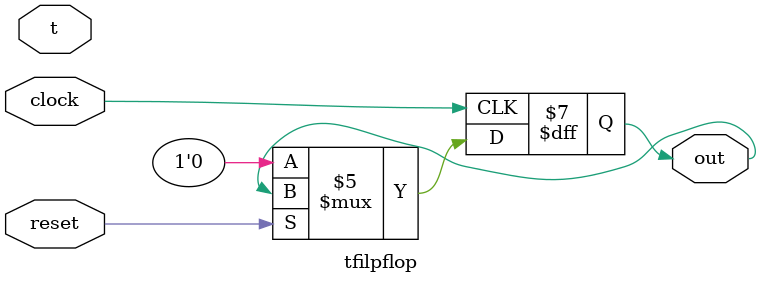
<source format=v>
module tfilpflop (clock, t,reset,out);
    input clock, reset,t;
	output out;




    reg out;
    always @(posedge clock)

    begin
           if (reset == 1'b0) // When reset_n is 0
                                // Note this is tested on every rising clock edge
               out <= 0 ;         // Set q to 0 .
                                // Note that the assignmen t use s <= instead of =
           else                 // When reset_n is not 0
               out <= ^out ;         // Store the value of d in q
    end


endmodule


</source>
